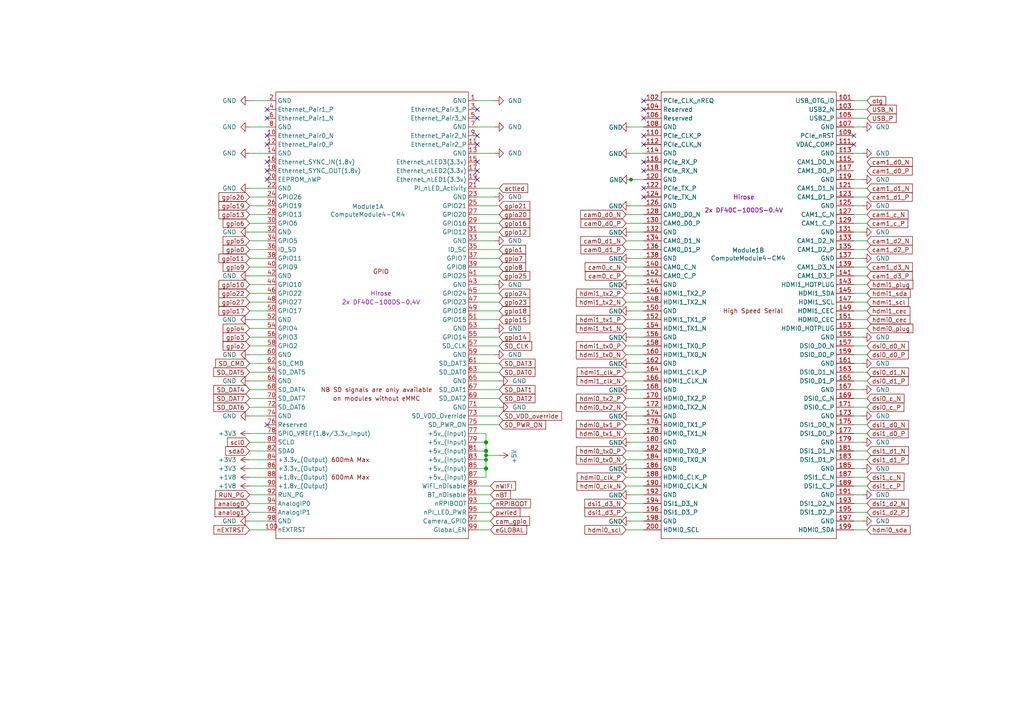
<source format=kicad_sch>
(kicad_sch (version 20211123) (generator eeschema)
  (paper "A4")
  (lib_symbols
    (symbol "CM4IO:ComputeModule4-CM4"
      (property "Reference" "Module" (at -0.4572 -98.1964 0))
      (property "Value" "ComputeModule4-CM4" (at -0.762 -93.5228 0))
      (property "Field4" "Hirose" (at -32.3596 0 0))
      (property "Field5" "2x DF40C-100DS-0.4V" (at -32.3596 -2.54 0))
      (symbol "ComputeModule4-CM4_1_0"
        (text "GPIO" (at -32.3596 6.35 0) (effects (font (size 1.27 1.27))))
      )
      (symbol "ComputeModule4-CM4_1_1"
        (rectangle (start -62.8396 -71.12) (end -6.9596 58.42))
        (text "600mA Max" (at -41.2496 -53.34 0) (effects (font (size 1.27 1.27))))
        (text "600mA Max" (at -41.2496 -48.26 0) (effects (font (size 1.27 1.27))))
        (text "NB SD signals are only available" (at -33.6296 -27.94 0) (effects (font (size 1.27 1.27))))
        (text "on modules without eMMC" (at -33.6296 -30.48 0) (effects (font (size 1.27 1.27))))
        (pin power_in line (at -4.4196 55.88 180) (length 2.54) (name "GND") (number "1"))
        (pin passive line (at -65.3796 45.72 0) (length 2.54) (name "Ethernet_Pair0_N") (number "10"))
        (pin output line (at -65.3796 -68.58 0) (length 2.54) (name "nEXTRST") (number "100"))
        (pin passive line (at -4.4196 43.18 180) (length 2.54) (name "Ethernet_Pair2_P") (number "11"))
        (pin passive line (at -65.3796 43.18 0) (length 2.54) (name "Ethernet_Pair0_P") (number "12"))
        (pin power_in line (at -4.4196 40.64 180) (length 2.54) (name "GND") (number "13"))
        (pin power_in line (at -65.3796 40.64 0) (length 2.54) (name "GND") (number "14"))
        (pin output line (at -4.4196 38.1 180) (length 2.54) (name "Ethernet_nLED3(3.3v)") (number "15"))
        (pin input line (at -65.3796 38.1 0) (length 2.54) (name "Ethernet_SYNC_IN(1.8v)") (number "16"))
        (pin output line (at -4.4196 35.56 180) (length 2.54) (name "Ethernet_nLED2(3.3v)") (number "17"))
        (pin input line (at -65.3796 35.56 0) (length 2.54) (name "Ethernet_SYNC_OUT(1.8v)") (number "18"))
        (pin output line (at -4.4196 33.02 180) (length 2.54) (name "Ethernet_nLED1(3.3v)") (number "19"))
        (pin power_in line (at -65.3796 55.88 0) (length 2.54) (name "GND") (number "2"))
        (pin passive line (at -65.3796 33.02 0) (length 2.54) (name "EEPROM_nWP") (number "20"))
        (pin open_collector line (at -4.4196 30.48 180) (length 2.54) (name "PI_nLED_Activity") (number "21"))
        (pin power_in line (at -65.3796 30.48 0) (length 2.54) (name "GND") (number "22"))
        (pin power_in line (at -4.4196 27.94 180) (length 2.54) (name "GND") (number "23"))
        (pin passive line (at -65.3796 27.94 0) (length 2.54) (name "GPIO26") (number "24"))
        (pin passive line (at -4.4196 25.4 180) (length 2.54) (name "GPIO21") (number "25"))
        (pin passive line (at -65.3796 25.4 0) (length 2.54) (name "GPIO19") (number "26"))
        (pin passive line (at -4.4196 22.86 180) (length 2.54) (name "GPIO20") (number "27"))
        (pin passive line (at -65.3796 22.86 0) (length 2.54) (name "GPIO13") (number "28"))
        (pin passive line (at -4.4196 20.32 180) (length 2.54) (name "GPIO16") (number "29"))
        (pin passive line (at -4.4196 53.34 180) (length 2.54) (name "Ethernet_Pair3_P") (number "3"))
        (pin passive line (at -65.3796 20.32 0) (length 2.54) (name "GPIO6") (number "30"))
        (pin passive line (at -4.4196 17.78 180) (length 2.54) (name "GPIO12") (number "31"))
        (pin power_in line (at -65.3796 17.78 0) (length 2.54) (name "GND") (number "32"))
        (pin power_in line (at -4.4196 15.24 180) (length 2.54) (name "GND") (number "33"))
        (pin passive line (at -65.3796 15.24 0) (length 2.54) (name "GPIO5") (number "34"))
        (pin passive line (at -4.4196 12.7 180) (length 2.54) (name "ID_SC") (number "35"))
        (pin passive line (at -65.3796 12.7 0) (length 2.54) (name "ID_SD") (number "36"))
        (pin passive line (at -4.4196 10.16 180) (length 2.54) (name "GPIO7") (number "37"))
        (pin passive line (at -65.3796 10.16 0) (length 2.54) (name "GPIO11") (number "38"))
        (pin passive line (at -4.4196 7.62 180) (length 2.54) (name "GPIO8") (number "39"))
        (pin passive line (at -65.3796 53.34 0) (length 2.54) (name "Ethernet_Pair1_P") (number "4"))
        (pin passive line (at -65.3796 7.62 0) (length 2.54) (name "GPIO9") (number "40"))
        (pin passive line (at -4.4196 5.08 180) (length 2.54) (name "GPIO25") (number "41"))
        (pin power_in line (at -65.3796 5.08 0) (length 2.54) (name "GND") (number "42"))
        (pin power_in line (at -4.4196 2.54 180) (length 2.54) (name "GND") (number "43"))
        (pin passive line (at -65.3796 2.54 0) (length 2.54) (name "GPIO10") (number "44"))
        (pin passive line (at -4.4196 0 180) (length 2.54) (name "GPIO24") (number "45"))
        (pin passive line (at -65.3796 0 0) (length 2.54) (name "GPIO22") (number "46"))
        (pin passive line (at -4.4196 -2.54 180) (length 2.54) (name "GPIO23") (number "47"))
        (pin passive line (at -65.3796 -2.54 0) (length 2.54) (name "GPIO27") (number "48"))
        (pin passive line (at -4.4196 -5.08 180) (length 2.54) (name "GPIO18") (number "49"))
        (pin passive line (at -4.4196 50.8 180) (length 2.54) (name "Ethernet_Pair3_N") (number "5"))
        (pin passive line (at -65.3796 -5.08 0) (length 2.54) (name "GPIO17") (number "50"))
        (pin passive line (at -4.4196 -7.62 180) (length 2.54) (name "GPIO15") (number "51"))
        (pin power_in line (at -65.3796 -7.62 0) (length 2.54) (name "GND") (number "52"))
        (pin power_in line (at -4.4196 -10.16 180) (length 2.54) (name "GND") (number "53"))
        (pin passive line (at -65.3796 -10.16 0) (length 2.54) (name "GPIO4") (number "54"))
        (pin passive line (at -4.4196 -12.7 180) (length 2.54) (name "GPIO14") (number "55"))
        (pin passive line (at -65.3796 -12.7 0) (length 2.54) (name "GPIO3") (number "56"))
        (pin passive line (at -4.4196 -15.24 180) (length 2.54) (name "SD_CLK") (number "57"))
        (pin passive line (at -65.3796 -15.24 0) (length 2.54) (name "GPIO2") (number "58"))
        (pin power_in line (at -4.4196 -17.78 180) (length 2.54) (name "GND") (number "59"))
        (pin passive line (at -65.3796 50.8 0) (length 2.54) (name "Ethernet_Pair1_N") (number "6"))
        (pin power_in line (at -65.3796 -17.78 0) (length 2.54) (name "GND") (number "60"))
        (pin passive line (at -4.4196 -20.32 180) (length 2.54) (name "SD_DAT3") (number "61"))
        (pin passive line (at -65.3796 -20.32 0) (length 2.54) (name "SD_CMD") (number "62"))
        (pin passive line (at -4.4196 -22.86 180) (length 2.54) (name "SD_DAT0") (number "63"))
        (pin passive line (at -65.3796 -22.86 0) (length 2.54) (name "SD_DAT5") (number "64"))
        (pin power_in line (at -4.4196 -25.4 180) (length 2.54) (name "GND") (number "65"))
        (pin power_in line (at -65.3796 -25.4 0) (length 2.54) (name "GND") (number "66"))
        (pin passive line (at -4.4196 -27.94 180) (length 2.54) (name "SD_DAT1") (number "67"))
        (pin passive line (at -65.3796 -27.94 0) (length 2.54) (name "SD_DAT4") (number "68"))
        (pin passive line (at -4.4196 -30.48 180) (length 2.54) (name "SD_DAT2") (number "69"))
        (pin power_in line (at -4.4196 48.26 180) (length 2.54) (name "GND") (number "7"))
        (pin passive line (at -65.3796 -30.48 0) (length 2.54) (name "SD_DAT7") (number "70"))
        (pin power_in line (at -4.4196 -33.02 180) (length 2.54) (name "GND") (number "71"))
        (pin passive line (at -65.3796 -33.02 0) (length 2.54) (name "SD_DAT6") (number "72"))
        (pin input line (at -4.4196 -35.56 180) (length 2.54) (name "SD_VDD_Override") (number "73"))
        (pin power_in line (at -65.3796 -35.56 0) (length 2.54) (name "GND") (number "74"))
        (pin output line (at -4.4196 -38.1 180) (length 2.54) (name "SD_PWR_ON") (number "75"))
        (pin passive line (at -65.3796 -38.1 0) (length 2.54) (name "Reserved") (number "76"))
        (pin power_in line (at -4.4196 -40.64 180) (length 2.54) (name "+5v_(Input)") (number "77"))
        (pin power_in line (at -65.3796 -40.64 0) (length 2.54) (name "GPIO_VREF(1.8v/3.3v_Input)") (number "78"))
        (pin power_in line (at -4.4196 -43.18 180) (length 2.54) (name "+5v_(Input)") (number "79"))
        (pin power_in line (at -65.3796 48.26 0) (length 2.54) (name "GND") (number "8"))
        (pin passive line (at -65.3796 -43.18 0) (length 2.54) (name "SCL0") (number "80"))
        (pin power_in line (at -4.4196 -45.72 180) (length 2.54) (name "+5v_(Input)") (number "81"))
        (pin passive line (at -65.3796 -45.72 0) (length 2.54) (name "SDA0") (number "82"))
        (pin power_in line (at -4.4196 -48.26 180) (length 2.54) (name "+5v_(Input)") (number "83"))
        (pin power_out line (at -65.3796 -48.26 0) (length 2.54) (name "+3.3v_(Output)") (number "84"))
        (pin power_in line (at -4.4196 -50.8 180) (length 2.54) (name "+5v_(Input)") (number "85"))
        (pin power_out line (at -65.3796 -50.8 0) (length 2.54) (name "+3.3v_(Output)") (number "86"))
        (pin power_in line (at -4.4196 -53.34 180) (length 2.54) (name "+5v_(Input)") (number "87"))
        (pin power_out line (at -65.3796 -53.34 0) (length 2.54) (name "+1.8v_(Output)") (number "88"))
        (pin power_in line (at -4.4196 -55.88 180) (length 2.54) (name "WiFi_nDisable") (number "89"))
        (pin passive line (at -4.4196 45.72 180) (length 2.54) (name "Ethernet_Pair2_N") (number "9"))
        (pin power_out line (at -65.3796 -55.88 0) (length 2.54) (name "+1.8v_(Output)") (number "90"))
        (pin power_in line (at -4.4196 -58.42 180) (length 2.54) (name "BT_nDisable") (number "91"))
        (pin passive line (at -65.3796 -58.42 0) (length 2.54) (name "RUN_PG") (number "92"))
        (pin input line (at -4.4196 -60.96 180) (length 2.54) (name "nRPIBOOT") (number "93"))
        (pin passive line (at -65.3796 -60.96 0) (length 2.54) (name "AnalogIP0") (number "94"))
        (pin output line (at -4.4196 -63.5 180) (length 2.54) (name "nPI_LED_PWR") (number "95"))
        (pin passive line (at -65.3796 -63.5 0) (length 2.54) (name "AnalogIP1") (number "96"))
        (pin passive line (at -4.4196 -66.04 180) (length 2.54) (name "Camera_GPIO") (number "97"))
        (pin power_in line (at -65.3796 -66.04 0) (length 2.54) (name "GND") (number "98"))
        (pin input line (at -4.4196 -68.58 180) (length 2.54) (name "Global_EN") (number "99"))
      )
      (symbol "ComputeModule4-CM4_2_1"
        (rectangle (start 9.7028 -71.12) (end 60.5028 58.42))
        (text "High Speed Serial" (at 36.3728 -5.08 0) (effects (font (size 1.27 1.27))))
        (pin input line (at 65.5828 55.88 180) (length 5.08) (name "USB_OTG_ID") (number "101"))
        (pin input line (at 4.6228 55.88 0) (length 5.08) (name "PCIe_CLK_nREQ") (number "102"))
        (pin passive line (at 65.5828 53.34 180) (length 5.08) (name "USB2_N") (number "103"))
        (pin passive line (at 4.6228 53.34 0) (length 5.08) (name "Reserved") (number "104"))
        (pin passive line (at 65.5828 50.8 180) (length 5.08) (name "USB2_P") (number "105"))
        (pin passive line (at 4.6228 50.8 0) (length 5.08) (name "Reserved") (number "106"))
        (pin power_in line (at 65.5828 48.26 180) (length 5.08) (name "GND") (number "107"))
        (pin power_in line (at 4.6228 48.26 0) (length 5.08) (name "GND") (number "108"))
        (pin bidirectional line (at 65.5828 45.72 180) (length 5.08) (name "PCIe_nRST") (number "109"))
        (pin output line (at 4.6228 45.72 0) (length 5.08) (name "PCIe_CLK_P") (number "110"))
        (pin passive line (at 65.5828 43.18 180) (length 5.08) (name "VDAC_COMP") (number "111"))
        (pin output line (at 4.6228 43.18 0) (length 5.08) (name "PCIe_CLK_N") (number "112"))
        (pin power_in line (at 65.5828 40.64 180) (length 5.08) (name "GND") (number "113"))
        (pin power_in line (at 4.6228 40.64 0) (length 5.08) (name "GND") (number "114"))
        (pin input line (at 65.5828 38.1 180) (length 5.08) (name "CAM1_D0_N") (number "115"))
        (pin input line (at 4.6228 38.1 0) (length 5.08) (name "PCIe_RX_P") (number "116"))
        (pin input line (at 65.5828 35.56 180) (length 5.08) (name "CAM1_D0_P") (number "117"))
        (pin input line (at 4.6228 35.56 0) (length 5.08) (name "PCIe_RX_N") (number "118"))
        (pin power_in line (at 65.5828 33.02 180) (length 5.08) (name "GND") (number "119"))
        (pin power_in line (at 4.6228 33.02 0) (length 5.08) (name "GND") (number "120"))
        (pin input line (at 65.5828 30.48 180) (length 5.08) (name "CAM1_D1_N") (number "121"))
        (pin output line (at 4.6228 30.48 0) (length 5.08) (name "PCIe_TX_P") (number "122"))
        (pin input line (at 65.5828 27.94 180) (length 5.08) (name "CAM1_D1_P") (number "123"))
        (pin output line (at 4.6228 27.94 0) (length 5.08) (name "PCIe_TX_N") (number "124"))
        (pin power_in line (at 65.5828 25.4 180) (length 5.08) (name "GND") (number "125"))
        (pin power_in line (at 4.6228 25.4 0) (length 5.08) (name "GND") (number "126"))
        (pin input line (at 65.5828 22.86 180) (length 5.08) (name "CAM1_C_N") (number "127"))
        (pin input line (at 4.6228 22.86 0) (length 5.08) (name "CAM0_D0_N") (number "128"))
        (pin input line (at 65.5828 20.32 180) (length 5.08) (name "CAM1_C_P") (number "129"))
        (pin input line (at 4.6228 20.32 0) (length 5.08) (name "CAM0_D0_P") (number "130"))
        (pin power_in line (at 65.5828 17.78 180) (length 5.08) (name "GND") (number "131"))
        (pin power_in line (at 4.6228 17.78 0) (length 5.08) (name "GND") (number "132"))
        (pin input line (at 65.5828 15.24 180) (length 5.08) (name "CAM1_D2_N") (number "133"))
        (pin input line (at 4.6228 15.24 0) (length 5.08) (name "CAM0_D1_N") (number "134"))
        (pin input line (at 65.5828 12.7 180) (length 5.08) (name "CAM1_D2_P") (number "135"))
        (pin input line (at 4.6228 12.7 0) (length 5.08) (name "CAM0_D1_P") (number "136"))
        (pin power_in line (at 65.5828 10.16 180) (length 5.08) (name "GND") (number "137"))
        (pin power_in line (at 4.6228 10.16 0) (length 5.08) (name "GND") (number "138"))
        (pin input line (at 65.5828 7.62 180) (length 5.08) (name "CAM1_D3_N") (number "139"))
        (pin input line (at 4.6228 7.62 0) (length 5.08) (name "CAM0_C_N") (number "140"))
        (pin input line (at 65.5828 5.08 180) (length 5.08) (name "CAM1_D3_P") (number "141"))
        (pin input line (at 4.6228 5.08 0) (length 5.08) (name "CAM0_C_P") (number "142"))
        (pin input line (at 65.5828 2.54 180) (length 5.08) (name "HDMI1_HOTPLUG") (number "143"))
        (pin power_in line (at 4.6228 2.54 0) (length 5.08) (name "GND") (number "144"))
        (pin bidirectional line (at 65.5828 0 180) (length 5.08) (name "HDMI1_SDA") (number "145"))
        (pin output line (at 4.6228 0 0) (length 5.08) (name "HDMI1_TX2_P") (number "146"))
        (pin open_collector line (at 65.5828 -2.54 180) (length 5.08) (name "HDMI1_SCL") (number "147"))
        (pin output line (at 4.6228 -2.54 0) (length 5.08) (name "HDMI1_TX2_N") (number "148"))
        (pin open_collector line (at 65.5828 -5.08 180) (length 5.08) (name "HDMI1_CEC") (number "149"))
        (pin power_in line (at 4.6228 -5.08 0) (length 5.08) (name "GND") (number "150"))
        (pin open_collector line (at 65.5828 -7.62 180) (length 5.08) (name "HDMI0_CEC") (number "151"))
        (pin output line (at 4.6228 -7.62 0) (length 5.08) (name "HDMI1_TX1_P") (number "152"))
        (pin input line (at 65.5828 -10.16 180) (length 5.08) (name "HDMI0_HOTPLUG") (number "153"))
        (pin output line (at 4.6228 -10.16 0) (length 5.08) (name "HDMI1_TX1_N") (number "154"))
        (pin power_in line (at 65.5828 -12.7 180) (length 5.08) (name "GND") (number "155"))
        (pin power_in line (at 4.6228 -12.7 0) (length 5.08) (name "GND") (number "156"))
        (pin output line (at 65.5828 -15.24 180) (length 5.08) (name "DSI0_D0_N") (number "157"))
        (pin output line (at 4.6228 -15.24 0) (length 5.08) (name "HDMI1_TX0_P") (number "158"))
        (pin output line (at 65.5828 -17.78 180) (length 5.08) (name "DSI0_D0_P") (number "159"))
        (pin output line (at 4.6228 -17.78 0) (length 5.08) (name "HDMI1_TX0_N") (number "160"))
        (pin power_in line (at 65.5828 -20.32 180) (length 5.08) (name "GND") (number "161"))
        (pin power_in line (at 4.6228 -20.32 0) (length 5.08) (name "GND") (number "162"))
        (pin output line (at 65.5828 -22.86 180) (length 5.08) (name "DSI0_D1_N") (number "163"))
        (pin output line (at 4.6228 -22.86 0) (length 5.08) (name "HDMI1_CLK_P") (number "164"))
        (pin output line (at 65.5828 -25.4 180) (length 5.08) (name "DSI0_D1_P") (number "165"))
        (pin output line (at 4.6228 -25.4 0) (length 5.08) (name "HDMI1_CLK_N") (number "166"))
        (pin power_in line (at 65.5828 -27.94 180) (length 5.08) (name "GND") (number "167"))
        (pin power_in line (at 4.6228 -27.94 0) (length 5.08) (name "GND") (number "168"))
        (pin output line (at 65.5828 -30.48 180) (length 5.08) (name "DSI0_C_N") (number "169"))
        (pin output line (at 4.6228 -30.48 0) (length 5.08) (name "HDMI0_TX2_P") (number "170"))
        (pin output line (at 65.5828 -33.02 180) (length 5.08) (name "DSI0_C_P") (number "171"))
        (pin output line (at 4.6228 -33.02 0) (length 5.08) (name "HDMI0_TX2_N") (number "172"))
        (pin power_in line (at 65.5828 -35.56 180) (length 5.08) (name "GND") (number "173"))
        (pin power_in line (at 4.6228 -35.56 0) (length 5.08) (name "GND") (number "174"))
        (pin output line (at 65.5828 -38.1 180) (length 5.08) (name "DSI1_D0_N") (number "175"))
        (pin output line (at 4.6228 -38.1 0) (length 5.08) (name "HDMI0_TX1_P") (number "176"))
        (pin output line (at 65.5828 -40.64 180) (length 5.08) (name "DSI1_D0_P") (number "177"))
        (pin output line (at 4.6228 -40.64 0) (length 5.08) (name "HDMI0_TX1_N") (number "178"))
        (pin power_in line (at 65.5828 -43.18 180) (length 5.08) (name "GND") (number "179"))
        (pin power_in line (at 4.6228 -43.18 0) (length 5.08) (name "GND") (number "180"))
        (pin output line (at 65.5828 -45.72 180) (length 5.08) (name "DSI1_D1_N") (number "181"))
        (pin output line (at 4.6228 -45.72 0) (length 5.08) (name "HDMI0_TX0_P") (number "182"))
        (pin output line (at 65.5828 -48.26 180) (length 5.08) (name "DSI1_D1_P") (number "183"))
        (pin output line (at 4.6228 -48.26 0) (length 5.08) (name "HDMI0_TX0_N") (number "184"))
        (pin power_in line (at 65.5828 -50.8 180) (length 5.08) (name "GND") (number "185"))
        (pin power_in line (at 4.6228 -50.8 0) (length 5.08) (name "GND") (number "186"))
        (pin output line (at 65.5828 -53.34 180) (length 5.08) (name "DSI1_C_N") (number "187"))
        (pin output line (at 4.6228 -53.34 0) (length 5.08) (name "HDMI0_CLK_P") (number "188"))
        (pin output line (at 65.5828 -55.88 180) (length 5.08) (name "DSI1_C_P") (number "189"))
        (pin output line (at 4.6228 -55.88 0) (length 5.08) (name "HDMI0_CLK_N") (number "190"))
        (pin power_in line (at 65.5828 -58.42 180) (length 5.08) (name "GND") (number "191"))
        (pin power_in line (at 4.6228 -58.42 0) (length 5.08) (name "GND") (number "192"))
        (pin output line (at 65.5828 -60.96 180) (length 5.08) (name "DSI1_D2_N") (number "193"))
        (pin output line (at 4.6228 -60.96 0) (length 5.08) (name "DSI1_D3_N") (number "194"))
        (pin output line (at 65.5828 -63.5 180) (length 5.08) (name "DSI1_D2_P") (number "195"))
        (pin output line (at 4.6228 -63.5 0) (length 5.08) (name "DSI1_D3_P") (number "196"))
        (pin power_in line (at 65.5828 -66.04 180) (length 5.08) (name "GND") (number "197"))
        (pin power_in line (at 4.6228 -66.04 0) (length 5.08) (name "GND") (number "198"))
        (pin bidirectional line (at 65.5828 -68.58 180) (length 5.08) (name "HDMI0_SDA") (number "199"))
        (pin open_collector line (at 4.6228 -68.58 0) (length 5.08) (name "HDMI0_SCL") (number "200"))
      )
    )
    (symbol "power:+1V8" (power) (pin_names (offset 0))
      (property "Value" "+1V8" (at 0 3.556 0))
      (symbol "+1V8_0_1"
        (polyline (pts (xy -0.762 1.27) (xy 0 2.54)))
        (polyline (pts (xy 0 0) (xy 0 2.54)))
        (polyline (pts (xy 0 2.54) (xy 0.762 1.27)))
      )
      (symbol "+1V8_1_1"
        (pin power_in line (at 0 0 90) (length 0) hide (name "+1V8") (number "1"))
      )
    )
    (symbol "power:+3V3" (power) (pin_names (offset 0))
      (property "Value" "+3V3" (at 0 3.556 0))
      (symbol "+3V3_0_1"
        (polyline (pts (xy -0.762 1.27) (xy 0 2.54)))
        (polyline (pts (xy 0 0) (xy 0 2.54)))
        (polyline (pts (xy 0 2.54) (xy 0.762 1.27)))
      )
      (symbol "+3V3_1_1"
        (pin power_in line (at 0 0 90) (length 0) hide (name "+3V3") (number "1"))
      )
    )
    (symbol "power:+5V" (power) (pin_names (offset 0))
      (property "Value" "+5V" (at 0 3.556 0))
      (symbol "+5V_0_1"
        (polyline (pts (xy -0.762 1.27) (xy 0 2.54)))
        (polyline (pts (xy 0 0) (xy 0 2.54)))
        (polyline (pts (xy 0 2.54) (xy 0.762 1.27)))
      )
      (symbol "+5V_1_1"
        (pin power_in line (at 0 0 90) (length 0) hide (name "+5V") (number "1"))
      )
    )
    (symbol "power:GND" (power) (pin_names (offset 0))
      (property "Value" "GND" (at 0 -3.81 0))
      (symbol "GND_0_1"
        (polyline (pts (xy 0 0) (xy 0 -1.27) (xy 1.27 -1.27) (xy 0 -2.54) (xy -1.27 -1.27) (xy 0 -1.27)))
      )
      (symbol "GND_1_1"
        (pin power_in line (at 0 0 270) (length 0) hide (name "GND") (number "1"))
      )
    )
  )
  (junction (at 140.97 130.81) (diameter 1.016))
  (junction (at 140.97 133.35))
  (junction (at 140.97 132.08))
  (junction (at 140.97 128.27) (diameter 1.016))
  (junction (at 183.0163 52.07))
  (junction (at 140.97 135.89) (diameter 1.016))
  (no_connect (at 247.65 39.37))
  (no_connect (at 247.65 41.91))
  (no_connect (at 77.47 31.75))
  (no_connect (at 77.47 34.29))
  (no_connect (at 77.47 46.99))
  (no_connect (at 77.47 49.53))
  (no_connect (at 77.47 52.07))
  (no_connect (at 77.47 39.37))
  (no_connect (at 77.47 41.91))
  (no_connect (at 77.47 123.19))
  (no_connect (at 138.43 31.75))
  (no_connect (at 138.43 34.29))
  (no_connect (at 138.43 39.37))
  (no_connect (at 138.43 41.91))
  (no_connect (at 138.43 46.99))
  (no_connect (at 138.43 49.53))
  (no_connect (at 138.43 52.07))
  (no_connect (at 186.69 29.21))
  (no_connect (at 186.69 31.75))
  (no_connect (at 186.69 34.29))
  (no_connect (at 186.69 39.37))
  (no_connect (at 186.69 41.91))
  (no_connect (at 186.69 46.99))
  (no_connect (at 186.69 49.53))
  (no_connect (at 186.69 54.61))
  (no_connect (at 186.69 57.15))
  (wire (pts (xy 182.88 105.41) (xy 186.69 105.41)))
  (wire (pts (xy 138.43 100.33) (xy 144.78 100.33)))
  (wire (pts (xy 247.65 130.81) (xy 251.46 130.81)))
  (wire (pts (xy 143.51 44.45) (xy 138.43 44.45)))
  (wire (pts (xy 138.43 135.89) (xy 140.97 135.89)))
  (wire (pts (xy 138.43 148.59) (xy 142.24 148.59)))
  (wire (pts (xy 181.61 72.39) (xy 186.69 72.39)))
  (wire (pts (xy 181.61 62.23) (xy 186.69 62.23)))
  (wire (pts (xy 182.88 143.51) (xy 186.69 143.51)))
  (wire (pts (xy 143.51 95.25) (xy 138.43 95.25)))
  (wire (pts (xy 247.65 52.07) (xy 250.19 52.07)))
  (wire (pts (xy 138.43 113.03) (xy 144.78 113.03)))
  (wire (pts (xy 181.61 123.19) (xy 186.69 123.19)))
  (wire (pts (xy 247.65 102.87) (xy 251.46 102.87)))
  (wire (pts (xy 247.65 97.79) (xy 250.19 97.79)))
  (wire (pts (xy 138.43 64.77) (xy 144.78 64.77)))
  (wire (pts (xy 138.43 128.27) (xy 140.97 128.27)))
  (wire (pts (xy 181.61 92.71) (xy 186.69 92.71)))
  (wire (pts (xy 72.39 130.81) (xy 77.47 130.81)))
  (wire (pts (xy 181.61 130.81) (xy 186.69 130.81)))
  (wire (pts (xy 138.43 143.51) (xy 142.24 143.51)))
  (wire (pts (xy 72.39 138.43) (xy 77.47 138.43)))
  (wire (pts (xy 247.65 67.31) (xy 250.19 67.31)))
  (wire (pts (xy 77.47 120.65) (xy 72.39 120.65)))
  (wire (pts (xy 182.88 97.79) (xy 186.69 97.79)))
  (wire (pts (xy 181.61 85.09) (xy 186.69 85.09)))
  (wire (pts (xy 72.39 143.51) (xy 77.47 143.51)))
  (wire (pts (xy 247.65 110.49) (xy 251.46 110.49)))
  (wire (pts (xy 72.39 82.55) (xy 77.47 82.55)))
  (wire (pts (xy 247.65 143.51) (xy 250.19 143.51)))
  (wire (pts (xy 181.61 146.05) (xy 186.69 146.05)))
  (wire (pts (xy 247.65 100.33) (xy 251.46 100.33)))
  (wire (pts (xy 138.43 133.35) (xy 140.97 133.35)))
  (wire (pts (xy 77.47 44.45) (xy 72.39 44.45)))
  (wire (pts (xy 181.61 69.85) (xy 186.69 69.85)))
  (wire (pts (xy 181.61 100.33) (xy 186.69 100.33)))
  (wire (pts (xy 72.39 90.17) (xy 77.47 90.17)))
  (wire (pts (xy 182.88 36.83) (xy 186.69 36.83)))
  (wire (pts (xy 138.43 62.23) (xy 144.78 62.23)))
  (wire (pts (xy 247.65 80.01) (xy 251.46 80.01)))
  (wire (pts (xy 138.43 77.47) (xy 144.78 77.47)))
  (wire (pts (xy 182.88 113.03) (xy 186.69 113.03)))
  (wire (pts (xy 181.61 107.95) (xy 186.69 107.95)))
  (wire (pts (xy 247.65 120.65) (xy 250.19 120.65)))
  (wire (pts (xy 72.39 67.31) (xy 77.47 67.31)))
  (wire (pts (xy 72.39 151.13) (xy 77.47 151.13)))
  (wire (pts (xy 181.61 95.25) (xy 186.69 95.25)))
  (wire (pts (xy 181.61 138.43) (xy 186.69 138.43)))
  (wire (pts (xy 247.65 74.93) (xy 250.19 74.93)))
  (wire (pts (xy 181.61 153.67) (xy 186.69 153.67)))
  (wire (pts (xy 140.97 135.89) (xy 140.97 138.43)))
  (wire (pts (xy 247.65 95.25) (xy 251.46 95.25)))
  (wire (pts (xy 77.47 80.01) (xy 72.39 80.01)))
  (wire (pts (xy 181.61 133.35) (xy 186.69 133.35)))
  (wire (pts (xy 77.47 54.61) (xy 72.39 54.61)))
  (wire (pts (xy 247.65 90.17) (xy 251.46 90.17)))
  (wire (pts (xy 72.39 105.41) (xy 77.47 105.41)))
  (wire (pts (xy 138.43 130.81) (xy 140.97 130.81)))
  (wire (pts (xy 182.88 120.65) (xy 186.69 120.65)))
  (wire (pts (xy 182.88 67.31) (xy 186.69 67.31)))
  (wire (pts (xy 247.65 138.43) (xy 251.46 138.43)))
  (wire (pts (xy 72.39 102.87) (xy 77.47 102.87)))
  (wire (pts (xy 186.69 74.93) (xy 182.88 74.93)))
  (wire (pts (xy 247.65 85.09) (xy 251.46 85.09)))
  (wire (pts (xy 247.65 54.61) (xy 251.46 54.61)))
  (wire (pts (xy 140.97 138.43) (xy 138.43 138.43)))
  (wire (pts (xy 181.61 140.97) (xy 186.69 140.97)))
  (wire (pts (xy 247.65 133.35) (xy 251.46 133.35)))
  (wire (pts (xy 247.65 72.39) (xy 251.46 72.39)))
  (wire (pts (xy 247.65 36.83) (xy 250.19 36.83)))
  (wire (pts (xy 72.39 113.03) (xy 77.47 113.03)))
  (wire (pts (xy 140.97 132.08) (xy 144.78 132.08)))
  (wire (pts (xy 143.51 57.1049) (xy 143.51 57.15)))
  (wire (pts (xy 77.47 110.49) (xy 72.39 110.49)))
  (wire (pts (xy 181.61 115.57) (xy 186.69 115.57)))
  (wire (pts (xy 143.51 57.15) (xy 138.43 57.15)))
  (wire (pts (xy 247.65 115.57) (xy 251.46 115.57)))
  (wire (pts (xy 138.43 36.83) (xy 143.51 36.83)))
  (wire (pts (xy 181.61 125.73) (xy 186.69 125.73)))
  (wire (pts (xy 182.88 128.27) (xy 186.69 128.27)))
  (wire (pts (xy 72.39 148.59) (xy 77.47 148.59)))
  (wire (pts (xy 247.65 62.23) (xy 251.46 62.23)))
  (wire (pts (xy 72.39 100.33) (xy 77.47 100.33)))
  (wire (pts (xy 182.88 90.17) (xy 186.69 90.17)))
  (wire (pts (xy 247.65 146.05) (xy 251.46 146.05)))
  (wire (pts (xy 72.39 57.15) (xy 77.47 57.15)))
  (wire (pts (xy 138.43 110.49) (xy 144.78 110.49)))
  (wire (pts (xy 247.65 92.71) (xy 251.46 92.71)))
  (wire (pts (xy 72.39 72.39) (xy 77.47 72.39)))
  (wire (pts (xy 138.43 118.11) (xy 144.78 118.11)))
  (wire (pts (xy 72.39 107.95) (xy 77.47 107.95)))
  (wire (pts (xy 247.65 151.13) (xy 250.19 151.13)))
  (wire (pts (xy 181.61 118.11) (xy 186.69 118.11)))
  (wire (pts (xy 181.61 102.87) (xy 186.69 102.87)))
  (wire (pts (xy 138.43 74.93) (xy 144.78 74.93)))
  (wire (pts (xy 247.65 105.41) (xy 250.19 105.41)))
  (wire (pts (xy 247.65 34.29) (xy 251.46 34.29)))
  (wire (pts (xy 247.65 57.15) (xy 251.46 57.15)))
  (wire (pts (xy 247.65 123.19) (xy 251.46 123.19)))
  (wire (pts (xy 186.69 59.69) (xy 182.88 59.69)))
  (wire (pts (xy 182.88 135.89) (xy 186.69 135.89)))
  (wire (pts (xy 72.39 128.27) (xy 77.47 128.27)))
  (wire (pts (xy 138.43 125.73) (xy 140.97 125.73)))
  (wire (pts (xy 138.43 105.41) (xy 144.78 105.41)))
  (wire (pts (xy 247.65 77.47) (xy 251.46 77.47)))
  (wire (pts (xy 72.39 135.89) (xy 77.47 135.89)))
  (wire (pts (xy 72.39 133.35) (xy 77.47 133.35)))
  (wire (pts (xy 138.43 120.65) (xy 144.78 120.65)))
  (wire (pts (xy 138.43 90.17) (xy 144.78 90.17)))
  (wire (pts (xy 138.43 107.95) (xy 144.78 107.95)))
  (wire (pts (xy 247.65 87.63) (xy 251.46 87.63)))
  (wire (pts (xy 143.51 69.85) (xy 138.43 69.85)))
  (wire (pts (xy 138.43 67.31) (xy 144.78 67.31)))
  (wire (pts (xy 140.97 130.81) (xy 140.97 132.08)))
  (wire (pts (xy 140.97 132.08) (xy 140.97 133.35)))
  (wire (pts (xy 140.97 133.35) (xy 140.97 135.89)))
  (wire (pts (xy 72.39 59.69) (xy 77.47 59.69)))
  (wire (pts (xy 247.65 113.03) (xy 250.19 113.03)))
  (wire (pts (xy 181.61 148.59) (xy 186.69 148.59)))
  (wire (pts (xy 72.39 97.79) (xy 77.47 97.79)))
  (wire (pts (xy 138.43 146.05) (xy 142.24 146.05)))
  (wire (pts (xy 247.65 125.73) (xy 251.46 125.73)))
  (wire (pts (xy 140.97 125.73) (xy 140.97 128.27)))
  (wire (pts (xy 181.61 64.77) (xy 186.69 64.77)))
  (wire (pts (xy 247.65 31.75) (xy 251.46 31.75)))
  (wire (pts (xy 72.39 85.09) (xy 77.47 85.09)))
  (wire (pts (xy 72.39 125.73) (xy 77.47 125.73)))
  (wire (pts (xy 181.61 87.63) (xy 186.69 87.63)))
  (wire (pts (xy 138.43 123.19) (xy 144.78 123.19)))
  (wire (pts (xy 247.65 64.77) (xy 251.46 64.77)))
  (wire (pts (xy 247.65 29.21) (xy 251.46 29.21)))
  (wire (pts (xy 181.61 77.47) (xy 186.69 77.47)))
  (wire (pts (xy 247.65 59.69) (xy 250.19 59.69)))
  (wire (pts (xy 72.39 69.85) (xy 77.47 69.85)))
  (wire (pts (xy 182.88 52.07) (xy 183.0163 52.07)))
  (wire (pts (xy 183.0163 52.07) (xy 186.69 52.07)))
  (wire (pts (xy 72.39 115.57) (xy 77.47 115.57)))
  (wire (pts (xy 77.47 92.71) (xy 72.39 92.71)))
  (wire (pts (xy 72.39 118.11) (xy 77.47 118.11)))
  (wire (pts (xy 247.65 107.95) (xy 251.46 107.95)))
  (wire (pts (xy 72.39 74.93) (xy 77.47 74.93)))
  (wire (pts (xy 77.47 29.21) (xy 72.39 29.21)))
  (wire (pts (xy 186.69 151.13) (xy 182.88 151.13)))
  (wire (pts (xy 247.65 140.97) (xy 251.46 140.97)))
  (wire (pts (xy 182.88 82.55) (xy 186.69 82.55)))
  (wire (pts (xy 138.43 87.63) (xy 144.78 87.63)))
  (wire (pts (xy 138.43 97.79) (xy 144.78 97.79)))
  (wire (pts (xy 247.65 44.45) (xy 250.19 44.45)))
  (wire (pts (xy 247.65 128.27) (xy 250.19 128.27)))
  (wire (pts (xy 138.43 54.61) (xy 144.78 54.61)))
  (wire (pts (xy 72.39 140.97) (xy 77.47 140.97)))
  (wire (pts (xy 72.39 153.67) (xy 77.47 153.67)))
  (wire (pts (xy 140.97 128.27) (xy 140.97 130.81)))
  (wire (pts (xy 72.39 64.77) (xy 77.47 64.77)))
  (wire (pts (xy 72.39 87.63) (xy 77.47 87.63)))
  (wire (pts (xy 72.39 77.47) (xy 77.47 77.47)))
  (wire (pts (xy 138.43 59.69) (xy 144.78 59.69)))
  (wire (pts (xy 138.43 153.67) (xy 142.24 153.67)))
  (wire (pts (xy 247.65 118.11) (xy 251.46 118.11)))
  (wire (pts (xy 72.39 146.05) (xy 77.47 146.05)))
  (wire (pts (xy 247.65 135.89) (xy 250.19 135.89)))
  (wire (pts (xy 138.43 82.55) (xy 143.51 82.55)))
  (wire (pts (xy 247.65 69.85) (xy 251.46 69.85)))
  (wire (pts (xy 138.43 85.09) (xy 144.78 85.09)))
  (wire (pts (xy 247.65 148.59) (xy 251.46 148.59)))
  (wire (pts (xy 138.43 92.71) (xy 144.78 92.71)))
  (wire (pts (xy 72.39 95.25) (xy 77.47 95.25)))
  (wire (pts (xy 247.65 153.67) (xy 251.46 153.67)))
  (wire (pts (xy 181.61 80.01) (xy 186.69 80.01)))
  (wire (pts (xy 181.61 110.49) (xy 186.69 110.49)))
  (wire (pts (xy 138.43 140.97) (xy 142.24 140.97)))
  (wire (pts (xy 143.51 29.21) (xy 138.43 29.21)))
  (wire (pts (xy 72.39 36.83) (xy 77.47 36.83)))
  (wire (pts (xy 138.43 115.57) (xy 144.78 115.57)))
  (wire (pts (xy 72.39 62.23) (xy 77.47 62.23)))
  (wire (pts (xy 138.43 80.01) (xy 144.78 80.01)))
  (wire (pts (xy 182.88 44.45) (xy 186.69 44.45)))
  (wire (pts (xy 138.43 102.87) (xy 143.51 102.87)))
  (wire (pts (xy 138.43 151.13) (xy 142.24 151.13)))
  (wire (pts (xy 138.43 72.39) (xy 144.78 72.39)))
  (wire (pts (xy 247.65 82.55) (xy 251.46 82.55)))
  (global_label "cam1_c_N" (shape input) (at 251.46 62.23 0) (property "Intersheet References" "${INTERSHEET_REFS}" (effects hide)))
  (global_label "gpio24" (shape input) (at 144.78 85.09 0) (property "Intersheet References" "${INTERSHEET_REFS}" (effects hide)))
  (global_label "cam0_d0_N" (shape input) (at 181.61 62.23 180) (property "Intersheet References" "${INTERSHEET_REFS}" (effects hide)))
  (global_label "otg" (shape input) (at 251.46 29.21 0) (property "Intersheet References" "${INTERSHEET_REFS}" (effects hide)))
  (global_label "cam_gpio" (shape input) (at 142.24 151.13 0) (property "Intersheet References" "${INTERSHEET_REFS}" (effects hide)))
  (global_label "dsi1_d0_N" (shape input) (at 251.46 123.19 0) (property "Intersheet References" "${INTERSHEET_REFS}" (effects hide)))
  (global_label "SD_VDD_override" (shape input) (at 144.78 120.65 0) (property "Intersheet References" "${INTERSHEET_REFS}" (effects hide)))
  (global_label "SD_DAT7" (shape input) (at 72.39 115.57 180) (property "Intersheet References" "${INTERSHEET_REFS}" (effects hide)))
  (global_label "gpio16" (shape input) (at 144.78 64.77 0) (property "Intersheet References" "${INTERSHEET_REFS}" (effects hide)))
  (global_label "SD_CMD" (shape input) (at 72.39 105.41 180) (property "Intersheet References" "${INTERSHEET_REFS}" (effects hide)))
  (global_label "dsi1_d2_P" (shape input) (at 251.46 148.59 0) (property "Intersheet References" "${INTERSHEET_REFS}" (effects hide)))
  (global_label "gpio11" (shape input) (at 72.39 74.93 180) (property "Intersheet References" "${INTERSHEET_REFS}" (effects hide)))
  (global_label "cam1_d2_P" (shape input) (at 251.46 72.39 0) (property "Intersheet References" "${INTERSHEET_REFS}" (effects hide)))
  (global_label "gpio1" (shape input) (at 144.78 72.39 0) (property "Intersheet References" "${INTERSHEET_REFS}" (effects hide)))
  (global_label "gpio15" (shape input) (at 144.78 92.71 0) (property "Intersheet References" "${INTERSHEET_REFS}" (effects hide)))
  (global_label "USB_N" (shape input) (at 251.46 31.75 0) (property "Intersheet References" "${INTERSHEET_REFS}" (effects hide)))
  (global_label "hdmi0_tx0_N" (shape input) (at 181.61 133.35 180) (property "Intersheet References" "${INTERSHEET_REFS}" (effects hide)))
  (global_label "gpio9" (shape input) (at 72.39 77.47 180) (property "Intersheet References" "${INTERSHEET_REFS}" (effects hide)))
  (global_label "cam0_c_N" (shape input) (at 181.61 77.47 180) (property "Intersheet References" "${INTERSHEET_REFS}" (effects hide)))
  (global_label "scl0" (shape input) (at 72.39 128.27 180) (property "Intersheet References" "${INTERSHEET_REFS}" (effects hide)))
  (global_label "nWIFI" (shape input) (at 142.24 140.97 0) (property "Intersheet References" "${INTERSHEET_REFS}" (effects hide)))
  (global_label "SD_DAT2" (shape input) (at 144.78 115.57 0) (property "Intersheet References" "${INTERSHEET_REFS}" (effects hide)))
  (global_label "gpio19" (shape input) (at 72.39 59.69 180) (property "Intersheet References" "${INTERSHEET_REFS}" (effects hide)))
  (global_label "cam1_d3_N" (shape input) (at 251.46 77.47 0) (property "Intersheet References" "${INTERSHEET_REFS}" (effects hide)))
  (global_label "hdmi1_tx2_N" (shape input) (at 181.61 87.63 180) (property "Intersheet References" "${INTERSHEET_REFS}" (effects hide)))
  (global_label "hdmi1_tx2_P" (shape input) (at 181.61 85.09 180) (property "Intersheet References" "${INTERSHEET_REFS}" (effects hide)))
  (global_label "cam1_d0_P" (shape input) (at 251.46 49.53 0) (property "Intersheet References" "${INTERSHEET_REFS}" (effects hide)))
  (global_label "hdmi0_clk_N" (shape input) (at 181.61 140.97 180) (property "Intersheet References" "${INTERSHEET_REFS}" (effects hide)))
  (global_label "dsi1_d2_N" (shape input) (at 251.46 146.05 0) (property "Intersheet References" "${INTERSHEET_REFS}" (effects hide)))
  (global_label "gpio13" (shape input) (at 72.39 62.23 180) (property "Intersheet References" "${INTERSHEET_REFS}" (effects hide)))
  (global_label "gpio5" (shape input) (at 72.39 69.85 180) (property "Intersheet References" "${INTERSHEET_REFS}" (effects hide)))
  (global_label "hdmi0_tx2_N" (shape input) (at 181.61 118.11 180) (property "Intersheet References" "${INTERSHEET_REFS}" (effects hide)))
  (global_label "hdmi0_scl" (shape input) (at 181.61 153.67 180) (property "Intersheet References" "${INTERSHEET_REFS}" (effects hide)))
  (global_label "analog1" (shape input) (at 72.39 148.59 180) (property "Intersheet References" "${INTERSHEET_REFS}" (effects hide)))
  (global_label "cam1_d2_N" (shape input) (at 251.46 69.85 0) (property "Intersheet References" "${INTERSHEET_REFS}" (effects hide)))
  (global_label "hdmi0_tx1_P" (shape input) (at 181.61 123.19 180) (property "Intersheet References" "${INTERSHEET_REFS}" (effects hide)))
  (global_label "hdmi0_tx0_P" (shape input) (at 181.61 130.81 180) (property "Intersheet References" "${INTERSHEET_REFS}" (effects hide)))
  (global_label "SD_DAT5" (shape input) (at 72.39 107.95 180) (property "Intersheet References" "${INTERSHEET_REFS}" (effects hide)))
  (global_label "hdmi1_tx1_P" (shape input) (at 181.61 92.71 180) (property "Intersheet References" "${INTERSHEET_REFS}" (effects hide)))
  (global_label "cam1_d1_N" (shape input) (at 251.46 54.61 0) (property "Intersheet References" "${INTERSHEET_REFS}" (effects hide)))
  (global_label "actled" (shape input) (at 144.78 54.61 0) (property "Intersheet References" "${INTERSHEET_REFS}" (effects hide)))
  (global_label "hdmi1_tx0_P" (shape input) (at 181.61 100.33 180) (property "Intersheet References" "${INTERSHEET_REFS}" (effects hide)))
  (global_label "SD_PWR_ON" (shape input) (at 144.78 123.19 0) (property "Intersheet References" "${INTERSHEET_REFS}" (effects hide)))
  (global_label "gpio25" (shape input) (at 144.78 80.01 0) (property "Intersheet References" "${INTERSHEET_REFS}" (effects hide)))
  (global_label "gpio3" (shape input) (at 72.39 97.79 180) (property "Intersheet References" "${INTERSHEET_REFS}" (effects hide)))
  (global_label "gpio4" (shape input) (at 72.39 95.25 180) (property "Intersheet References" "${INTERSHEET_REFS}" (effects hide)))
  (global_label "dsi1_d1_P" (shape input) (at 251.46 133.35 0) (property "Intersheet References" "${INTERSHEET_REFS}" (effects hide)))
  (global_label "cam1_d3_P" (shape input) (at 251.46 80.01 0) (property "Intersheet References" "${INTERSHEET_REFS}" (effects hide)))
  (global_label "cam0_d0_P" (shape input) (at 181.61 64.77 180) (property "Intersheet References" "${INTERSHEET_REFS}" (effects hide)))
  (global_label "dsi0_d0_N" (shape input) (at 251.46 100.33 0) (property "Intersheet References" "${INTERSHEET_REFS}" (effects hide)))
  (global_label "hdmi1_scl" (shape input) (at 251.46 87.63 0) (property "Intersheet References" "${INTERSHEET_REFS}" (effects hide)))
  (global_label "SD_DAT3" (shape input) (at 144.78 105.41 0) (property "Intersheet References" "${INTERSHEET_REFS}" (effects hide)))
  (global_label "gpio7" (shape input) (at 144.78 74.93 0) (property "Intersheet References" "${INTERSHEET_REFS}" (effects hide)))
  (global_label "hdmi1_clk_N" (shape input) (at 181.61 110.49 180) (property "Intersheet References" "${INTERSHEET_REFS}" (effects hide)))
  (global_label "gpio22" (shape input) (at 72.39 85.09 180) (property "Intersheet References" "${INTERSHEET_REFS}" (effects hide)))
  (global_label "SD_DAT1" (shape input) (at 144.78 113.03 0) (property "Intersheet References" "${INTERSHEET_REFS}" (effects hide)))
  (global_label "gpio18" (shape input) (at 144.78 90.17 0) (property "Intersheet References" "${INTERSHEET_REFS}" (effects hide)))
  (global_label "hdmi1_cec" (shape input) (at 251.46 90.17 0) (property "Intersheet References" "${INTERSHEET_REFS}" (effects hide)))
  (global_label "dsi1_c_P" (shape input) (at 251.46 140.97 0) (property "Intersheet References" "${INTERSHEET_REFS}" (effects hide)))
  (global_label "cam0_d1_P" (shape input) (at 181.61 72.39 180) (property "Intersheet References" "${INTERSHEET_REFS}" (effects hide)))
  (global_label "gpio20" (shape input) (at 144.78 62.23 0) (property "Intersheet References" "${INTERSHEET_REFS}" (effects hide)))
  (global_label "SD_DAT6" (shape input) (at 72.39 118.11 180) (property "Intersheet References" "${INTERSHEET_REFS}" (effects hide)))
  (global_label "hdmi1_tx0_N" (shape input) (at 181.61 102.87 180) (property "Intersheet References" "${INTERSHEET_REFS}" (effects hide)))
  (global_label "cam1_d1_P" (shape input) (at 251.46 57.15 0) (property "Intersheet References" "${INTERSHEET_REFS}" (effects hide)))
  (global_label "gpio23" (shape input) (at 144.78 87.63 0) (property "Intersheet References" "${INTERSHEET_REFS}" (effects hide)))
  (global_label "gpio14" (shape input) (at 144.78 97.79 0) (property "Intersheet References" "${INTERSHEET_REFS}" (effects hide)))
  (global_label "hdmi1_plug" (shape input) (at 251.46 82.55 0) (property "Intersheet References" "${INTERSHEET_REFS}" (effects hide)))
  (global_label "hdmi1_sda" (shape input) (at 251.46 85.09 0) (property "Intersheet References" "${INTERSHEET_REFS}" (effects hide)))
  (global_label "gpio17" (shape input) (at 72.39 90.17 180) (property "Intersheet References" "${INTERSHEET_REFS}" (effects hide)))
  (global_label "cam0_c_P" (shape input) (at 181.61 80.01 180) (property "Intersheet References" "${INTERSHEET_REFS}" (effects hide)))
  (global_label "dsi1_d3_P" (shape input) (at 181.61 148.59 180) (property "Intersheet References" "${INTERSHEET_REFS}" (effects hide)))
  (global_label "USB_P" (shape input) (at 251.46 34.29 0) (property "Intersheet References" "${INTERSHEET_REFS}" (effects hide)))
  (global_label "hdmi0_tx1_N" (shape input) (at 181.61 125.73 180) (property "Intersheet References" "${INTERSHEET_REFS}" (effects hide)))
  (global_label "dsi1_d3_N" (shape input) (at 181.61 146.05 180) (property "Intersheet References" "${INTERSHEET_REFS}" (effects hide)))
  (global_label "SD_DAT4" (shape input) (at 72.39 113.03 180) (property "Intersheet References" "${INTERSHEET_REFS}" (effects hide)))
  (global_label "gpio27" (shape input) (at 72.39 87.63 180) (property "Intersheet References" "${INTERSHEET_REFS}" (effects hide)))
  (global_label "hdmi0_tx2_P" (shape input) (at 181.61 115.57 180) (property "Intersheet References" "${INTERSHEET_REFS}" (effects hide)))
  (global_label "SD_DAT0" (shape input) (at 144.78 107.95 0) (property "Intersheet References" "${INTERSHEET_REFS}" (effects hide)))
  (global_label "RUN_PG" (shape input) (at 72.39 143.51 180) (property "Intersheet References" "${INTERSHEET_REFS}" (effects hide)))
  (global_label "dsi0_d1_P" (shape input) (at 251.46 110.49 0) (property "Intersheet References" "${INTERSHEET_REFS}" (effects hide)))
  (global_label "SD_CLK" (shape input) (at 144.78 100.33 0) (property "Intersheet References" "${INTERSHEET_REFS}" (effects hide)))
  (global_label "dsi0_c_N" (shape input) (at 251.46 115.57 0) (property "Intersheet References" "${INTERSHEET_REFS}" (effects hide)))
  (global_label "gpio2" (shape input) (at 72.39 100.33 180) (property "Intersheet References" "${INTERSHEET_REFS}" (effects hide)))
  (global_label "gpio0" (shape input) (at 72.39 72.39 180) (property "Intersheet References" "${INTERSHEET_REFS}" (effects hide)))
  (global_label "pwrled" (shape input) (at 142.24 148.59 0) (property "Intersheet References" "${INTERSHEET_REFS}" (effects hide)))
  (global_label "dsi0_c_P" (shape input) (at 251.46 118.11 0) (property "Intersheet References" "${INTERSHEET_REFS}" (effects hide)))
  (global_label "nBT" (shape input) (at 142.24 143.51 0) (property "Intersheet References" "${INTERSHEET_REFS}" (effects hide)))
  (global_label "hdmi0_sda" (shape input) (at 251.46 153.67 0) (property "Intersheet References" "${INTERSHEET_REFS}" (effects hide)))
  (global_label "eGLOBAL" (shape input) (at 142.24 153.67 0) (property "Intersheet References" "${INTERSHEET_REFS}" (effects hide)))
  (global_label "dsi0_d1_N" (shape input) (at 251.46 107.95 0) (property "Intersheet References" "${INTERSHEET_REFS}" (effects hide)))
  (global_label "analog0" (shape input) (at 72.39 146.05 180) (property "Intersheet References" "${INTERSHEET_REFS}" (effects hide)))
  (global_label "cam0_d1_N" (shape input) (at 181.61 69.85 180) (property "Intersheet References" "${INTERSHEET_REFS}" (effects hide)))
  (global_label "gpio12" (shape input) (at 144.78 67.31 0) (property "Intersheet References" "${INTERSHEET_REFS}" (effects hide)))
  (global_label "gpio10" (shape input) (at 72.39 82.55 180) (property "Intersheet References" "${INTERSHEET_REFS}" (effects hide)))
  (global_label "gpio21" (shape input) (at 144.78 59.69 0) (property "Intersheet References" "${INTERSHEET_REFS}" (effects hide)))
  (global_label "hdmi1_tx1_N" (shape input) (at 181.61 95.25 180) (property "Intersheet References" "${INTERSHEET_REFS}" (effects hide)))
  (global_label "gpio8" (shape input) (at 144.78 77.47 0) (property "Intersheet References" "${INTERSHEET_REFS}" (effects hide)))
  (global_label "dsi0_d0_P" (shape input) (at 251.46 102.87 0) (property "Intersheet References" "${INTERSHEET_REFS}" (effects hide)))
  (global_label "hdmi0_plug" (shape input) (at 251.46 95.25 0) (property "Intersheet References" "${INTERSHEET_REFS}" (effects hide)))
  (global_label "dsi1_d1_N" (shape input) (at 251.46 130.81 0) (property "Intersheet References" "${INTERSHEET_REFS}" (effects hide)))
  (global_label "cam1_d0_N" (shape input) (at 251.46 46.99 0) (property "Intersheet References" "${INTERSHEET_REFS}" (effects hide)))
  (global_label "cam1_c_P" (shape input) (at 251.46 64.77 0) (property "Intersheet References" "${INTERSHEET_REFS}" (effects hide)))
  (global_label "sda0" (shape input) (at 72.39 130.81 180) (property "Intersheet References" "${INTERSHEET_REFS}" (effects hide)))
  (global_label "hdmi0_clk_P" (shape input) (at 181.61 138.43 180) (property "Intersheet References" "${INTERSHEET_REFS}" (effects hide)))
  (global_label "dsi1_d0_P" (shape input) (at 251.46 125.73 0) (property "Intersheet References" "${INTERSHEET_REFS}" (effects hide)))
  (global_label "hdmi1_clk_P" (shape input) (at 181.61 107.95 180) (property "Intersheet References" "${INTERSHEET_REFS}" (effects hide)))
  (global_label "hdmi0_cec" (shape input) (at 251.46 92.71 0) (property "Intersheet References" "${INTERSHEET_REFS}" (effects hide)))
  (global_label "gpio26" (shape input) (at 72.39 57.15 180) (property "Intersheet References" "${INTERSHEET_REFS}" (effects hide)))
  (global_label "gpio6" (shape input) (at 72.39 64.77 180) (property "Intersheet References" "${INTERSHEET_REFS}" (effects hide)))
  (global_label "nRPIBOOT" (shape input) (at 142.24 146.05 0) (property "Intersheet References" "${INTERSHEET_REFS}" (effects hide)))
  (global_label "nEXTRST" (shape input) (at 72.39 153.67 180) (property "Intersheet References" "${INTERSHEET_REFS}" (effects hide)))
  (global_label "dsi1_c_N" (shape input) (at 251.46 138.43 0) (property "Intersheet References" "${INTERSHEET_REFS}" (effects hide)))
  (symbol (lib_id "power:GND") (at 143.51 82.55 90) (unit 1)
    (property "Reference" "#PWR0143" (effects hide))
    (property "Value" "GND" (at 147.32 82.5499 90) (effects (justify right)))
  )
  (symbol (lib_id "power:GND") (at 72.39 110.49 270) (unit 1)
    (property "Reference" "#PWR0165" (effects hide))
    (property "Value" "GND" (at 68.58 110.4899 90) (effects (justify right)))
  )
  (symbol (lib_id "power:GND") (at 182.88 151.13 270) (unit 1)
    (property "Reference" "#PWR0148" (effects hide))
    (property "Value" "GND" (at 178.5556 151.2443 90))
  )
  (symbol (lib_id "CM4IO:ComputeModule4-CM4") (at 182.0672 85.09 0) (unit 2)
    (property "Reference" "Module1" (at 217.0176 72.5994 0))
    (property "Value" "ComputeModule4-CM4" (at 217.0176 74.8981 0))
    (property "Footprint" "CM4IO:Raspberry-Pi-4-Compute-Module" (effects hide))
    (property "Field4" "Hirose" (at 215.7476 57.15 0))
    (property "Field5" "2x DF40C-100DS-0.4V" (at 215.7476 60.96 0))
  )
  (symbol (lib_id "power:GND") (at 143.51 29.21 90) (unit 1)
    (property "Reference" "#PWR0144" (effects hide))
    (property "Value" "GND" (at 147.32 29.2099 90) (effects (justify right)))
  )
  (symbol (lib_id "power:GND") (at 72.39 80.01 270) (unit 1)
    (property "Reference" "#PWR0159" (effects hide))
    (property "Value" "GND" (at 68.58 80.0099 90) (effects (justify right)))
  )
  (symbol (lib_id "power:GND") (at 182.88 90.17 270) (unit 1)
    (property "Reference" "#PWR0133" (effects hide))
    (property "Value" "GND" (at 178.5556 90.2843 90))
  )
  (symbol (lib_id "power:GND") (at 182.88 128.27 270) (unit 1)
    (property "Reference" "#PWR0124" (effects hide))
    (property "Value" "GND" (at 178.5556 128.3843 90))
  )
  (symbol (lib_id "power:GND") (at 72.39 67.31 270) (unit 1)
    (property "Reference" "#PWR0160" (effects hide))
    (property "Value" "GND" (at 68.58 67.3099 90) (effects (justify right)))
  )
  (symbol (lib_id "power:GND") (at 182.88 120.65 270) (unit 1)
    (property "Reference" "#PWR0125" (effects hide))
    (property "Value" "GND" (at 178.5556 120.7643 90))
  )
  (symbol (lib_id "power:GND") (at 250.19 74.93 90) (unit 1)
    (property "Reference" "#PWR0153" (effects hide))
    (property "Value" "GND" (at 254 74.9299 90) (effects (justify right)))
  )
  (symbol (lib_id "power:GND") (at 250.19 120.65 90) (unit 1)
    (property "Reference" "#PWR0118" (effects hide))
    (property "Value" "GND" (at 254 120.6499 90) (effects (justify right)))
  )
  (symbol (lib_id "power:GND") (at 250.19 36.83 90) (unit 1)
    (property "Reference" "#PWR0151" (effects hide))
    (property "Value" "GND" (at 254 36.8299 90) (effects (justify right)))
  )
  (symbol (lib_id "power:GND") (at 182.88 59.69 270) (unit 1)
    (property "Reference" "#PWR0137" (effects hide))
    (property "Value" "GND" (at 178.5556 59.8043 90))
  )
  (symbol (lib_id "power:+3V3") (at 72.39 125.73 90) (unit 1)
    (property "Reference" "#PWR0111" (effects hide))
    (property "Value" "+3V3" (at 68.58 125.7299 90) (effects (justify left)))
  )
  (symbol (lib_id "power:+1V8") (at 72.39 140.97 90) (unit 1)
    (property "Reference" "#PWR0166" (effects hide))
    (property "Value" "+1V8" (at 68.58 140.9699 90) (effects (justify left)))
  )
  (symbol (lib_id "power:GND") (at 143.51 36.83 90) (unit 1)
    (property "Reference" "#PWR0131" (effects hide))
    (property "Value" "GND" (at 147.32 36.8299 90) (effects (justify right)))
  )
  (symbol (lib_id "CM4IO:ComputeModule4-CM4") (at 142.8496 85.09 0) (unit 1)
    (property "Reference" "Module1" (at 106.68 59.8994 0))
    (property "Value" "ComputeModule4-CM4" (at 106.68 62.1981 0))
    (property "Footprint" "CM4IO:Raspberry-Pi-4-Compute-Module" (effects hide))
    (property "Field4" "Hirose" (at 110.49 85.09 0))
    (property "Field5" "2x DF40C-100DS-0.4V" (at 110.49 87.63 0))
  )
  (symbol (lib_id "power:GND") (at 143.51 44.45 90) (unit 1)
    (property "Reference" "#PWR0130" (effects hide))
    (property "Value" "GND" (at 147.32 44.4499 90) (effects (justify right)))
  )
  (symbol (lib_id "power:GND") (at 250.19 113.03 90) (unit 1)
    (property "Reference" "#PWR0117" (effects hide))
    (property "Value" "GND" (at 254 113.0299 90) (effects (justify right)))
  )
  (symbol (lib_id "power:GND") (at 143.51 95.25 90) (unit 1)
    (property "Reference" "#PWR0140" (effects hide))
    (property "Value" "GND" (at 147.32 95.2499 90) (effects (justify right)))
  )
  (symbol (lib_id "power:GND") (at 182.88 74.93 270) (unit 1)
    (property "Reference" "#PWR0134" (effects hide))
    (property "Value" "GND" (at 178.5556 75.0443 90))
  )
  (symbol (lib_id "power:GND") (at 250.19 59.69 90) (unit 1)
    (property "Reference" "#PWR0152" (effects hide))
    (property "Value" "GND" (at 254 59.6899 90) (effects (justify right)))
  )
  (symbol (lib_id "power:GND") (at 182.88 143.51 270) (unit 1)
    (property "Reference" "#PWR0147" (effects hide))
    (property "Value" "GND" (at 178.5556 143.6243 90))
  )
  (symbol (lib_id "power:GND") (at 250.19 128.27 90) (unit 1)
    (property "Reference" "#PWR0122" (effects hide))
    (property "Value" "GND" (at 254 128.2699 90) (effects (justify right)))
  )
  (symbol (lib_id "power:GND") (at 72.39 102.87 270) (unit 1)
    (property "Reference" "#PWR0164" (effects hide))
    (property "Value" "GND" (at 68.58 102.8699 90) (effects (justify right)))
  )
  (symbol (lib_id "power:GND") (at 250.19 97.79 90) (unit 1)
    (property "Reference" "#PWR0116" (effects hide))
    (property "Value" "GND" (at 254 97.7899 90) (effects (justify right)))
  )
  (symbol (lib_id "power:GND") (at 144.78 110.49 90) (unit 1)
    (property "Reference" "#PWR0141" (effects hide))
    (property "Value" "GND" (at 148.59 110.4899 90) (effects (justify right)))
  )
  (symbol (lib_id "power:GND") (at 72.39 54.61 270) (unit 1)
    (property "Reference" "#PWR0156" (effects hide))
    (property "Value" "GND" (at 68.58 54.6099 90) (effects (justify right)))
  )
  (symbol (lib_id "power:GND") (at 72.39 92.71 270) (unit 1)
    (property "Reference" "#PWR0163" (effects hide))
    (property "Value" "GND" (at 68.58 92.7099 90) (effects (justify right)))
  )
  (symbol (lib_id "power:GND") (at 250.19 44.45 90) (unit 1)
    (property "Reference" "#PWR0149" (effects hide))
    (property "Value" "GND" (at 254 44.4499 90) (effects (justify right)))
  )
  (symbol (lib_id "power:GND") (at 182.88 44.45 270) (unit 1)
    (property "Reference" "#PWR0139" (effects hide))
    (property "Value" "GND" (at 178.5556 44.5643 90))
  )
  (symbol (lib_id "power:GND") (at 72.39 151.13 270) (unit 1)
    (property "Reference" "#PWR0162" (effects hide))
    (property "Value" "GND" (at 68.58 151.1299 90) (effects (justify right)))
  )
  (symbol (lib_id "power:GND") (at 72.39 29.21 270) (unit 1)
    (property "Reference" "#PWR0158" (effects hide))
    (property "Value" "GND" (at 68.58 29.2099 90) (effects (justify right)))
  )
  (symbol (lib_id "power:GND") (at 72.39 44.45 270) (unit 1)
    (property "Reference" "#PWR0155" (effects hide))
    (property "Value" "GND" (at 68.58 44.4499 90) (effects (justify right)))
  )
  (symbol (lib_id "power:+1V8") (at 72.39 138.43 90) (unit 1)
    (property "Reference" "#PWR0114" (effects hide))
    (property "Value" "+1V8" (at 68.58 138.4299 90) (effects (justify left)))
  )
  (symbol (lib_id "power:+3V3") (at 72.39 133.35 90) (unit 1)
    (property "Reference" "#PWR0113" (effects hide))
    (property "Value" "+3V3" (at 68.58 133.3499 90) (effects (justify left)))
  )
  (symbol (lib_id "power:GND") (at 182.88 105.41 270) (unit 1)
    (property "Reference" "#PWR0127" (effects hide))
    (property "Value" "GND" (at 178.5556 105.5243 90))
  )
  (symbol (lib_id "power:GND") (at 182.88 36.83 270) (unit 1)
    (property "Reference" "#PWR0146" (effects hide))
    (property "Value" "GND" (at 178.5556 36.9443 90))
  )
  (symbol (lib_id "power:GND") (at 143.51 69.85 90) (unit 1)
    (property "Reference" "#PWR0128" (effects hide))
    (property "Value" "GND" (at 147.32 69.8499 90) (effects (justify right)))
  )
  (symbol (lib_id "power:GND") (at 182.88 113.03 270) (unit 1)
    (property "Reference" "#PWR0126" (effects hide))
    (property "Value" "GND" (at 178.5556 113.1443 90))
  )
  (symbol (lib_id "power:GND") (at 182.88 97.79 270) (unit 1)
    (property "Reference" "#PWR0132" (effects hide))
    (property "Value" "GND" (at 178.5556 97.9043 90))
  )
  (symbol (lib_id "power:GND") (at 250.19 151.13 90) (unit 1)
    (property "Reference" "#PWR0120" (effects hide))
    (property "Value" "GND" (at 254 151.1299 90) (effects (justify right)))
  )
  (symbol (lib_id "power:+3V3") (at 72.39 135.89 90) (unit 1)
    (property "Reference" "#PWR0112" (effects hide))
    (property "Value" "+3V3" (at 68.58 135.8899 90) (effects (justify left)))
  )
  (symbol (lib_id "power:GND") (at 183.0163 52.07 270) (unit 1)
    (property "Reference" "#PWR0138" (effects hide))
    (property "Value" "GND" (at 178.6919 52.1843 90))
  )
  (symbol (lib_id "power:GND") (at 144.78 118.11 90) (unit 1)
    (property "Reference" "#PWR0123" (effects hide))
    (property "Value" "GND" (at 148.59 118.1099 90) (effects (justify right)))
  )
  (symbol (lib_id "power:GND") (at 250.19 52.07 90) (unit 1)
    (property "Reference" "#PWR0150" (effects hide))
    (property "Value" "GND" (at 254 52.0699 90) (effects (justify right)))
  )
  (symbol (lib_id "power:GND") (at 250.19 105.41 90) (unit 1)
    (property "Reference" "#PWR0115" (effects hide))
    (property "Value" "GND" (at 254 105.4099 90) (effects (justify right)))
  )
  (symbol (lib_id "power:GND") (at 72.39 36.83 270) (unit 1)
    (property "Reference" "#PWR0157" (effects hide))
    (property "Value" "GND" (at 68.58 36.8299 90) (effects (justify right)))
  )
  (symbol (lib_id "power:+5V") (at 144.78 132.08 270) (unit 1)
    (property "Reference" "#PWR04" (effects hide))
    (property "Value" "+5V" (at 149.1044 132.4483 0))
  )
  (symbol (lib_id "power:GND") (at 72.39 120.65 270) (unit 1)
    (property "Reference" "#PWR0161" (effects hide))
    (property "Value" "GND" (at 68.58 120.6499 90) (effects (justify right)))
  )
  (symbol (lib_id "power:GND") (at 250.19 67.31 90) (unit 1)
    (property "Reference" "#PWR0154" (effects hide))
    (property "Value" "GND" (at 254 67.3099 90) (effects (justify right)))
  )
  (symbol (lib_id "power:GND") (at 143.51 102.87 90) (unit 1)
    (property "Reference" "#PWR0142" (effects hide))
    (property "Value" "GND" (at 147.32 102.8699 90) (effects (justify right)))
  )
  (symbol (lib_id "power:GND") (at 182.88 67.31 270) (unit 1)
    (property "Reference" "#PWR0136" (effects hide))
    (property "Value" "GND" (at 178.5556 67.4243 90))
  )
  (symbol (lib_id "power:GND") (at 250.19 143.51 90) (unit 1)
    (property "Reference" "#PWR0121" (effects hide))
    (property "Value" "GND" (at 254 143.5099 90) (effects (justify right)))
  )
  (symbol (lib_id "power:GND") (at 182.88 135.89 270) (unit 1)
    (property "Reference" "#PWR0145" (effects hide))
    (property "Value" "GND" (at 178.5556 136.0043 90))
  )
  (symbol (lib_id "power:GND") (at 182.88 82.55 270) (unit 1)
    (property "Reference" "#PWR0135" (effects hide))
    (property "Value" "GND" (at 178.5556 82.6643 90))
  )
  (symbol (lib_id "power:GND") (at 143.51 57.1049 90) (unit 1)
    (property "Reference" "#PWR0129" (effects hide))
    (property "Value" "GND" (at 147.32 57.1048 90) (effects (justify right)))
  )
  (symbol (lib_id "power:GND") (at 250.19 135.89 90) (unit 1)
    (property "Reference" "#PWR0119" (effects hide))
    (property "Value" "GND" (at 254 135.8899 90) (effects (justify right)))
  )
)
</source>
